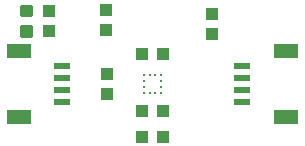
<source format=gtp>
G04 EAGLE Gerber RS-274X export*
G75*
%MOMM*%
%FSLAX34Y34*%
%LPD*%
%INSolderpaste Top*%
%IPPOS*%
%AMOC8*
5,1,8,0,0,1.08239X$1,22.5*%
G01*
%ADD10R,2.000000X1.200000*%
%ADD11R,1.350000X0.600000*%
%ADD12R,1.100000X1.000000*%
%ADD13R,1.000000X1.100000*%
%ADD14C,0.300000*%
%ADD15R,0.275000X0.250000*%
%ADD16R,0.250000X0.275000*%


D10*
X14050Y155000D03*
X14050Y99000D03*
D11*
X50800Y142000D03*
X50800Y132000D03*
X50800Y122000D03*
X50800Y112000D03*
D12*
X135500Y104140D03*
X118500Y104140D03*
D10*
X239950Y99000D03*
X239950Y155000D03*
D11*
X203200Y112000D03*
X203200Y122000D03*
X203200Y132000D03*
X203200Y142000D03*
D13*
X39370Y171840D03*
X39370Y188840D03*
D14*
X23820Y185610D02*
X16820Y185610D01*
X16820Y192610D01*
X23820Y192610D01*
X23820Y185610D01*
X23820Y188460D02*
X16820Y188460D01*
X16820Y191310D02*
X23820Y191310D01*
X23820Y168070D02*
X16820Y168070D01*
X16820Y175070D01*
X23820Y175070D01*
X23820Y168070D01*
X23820Y170920D02*
X16820Y170920D01*
X16820Y173770D02*
X23820Y173770D01*
D13*
X87630Y173110D03*
X87630Y190110D03*
X177800Y169300D03*
X177800Y186300D03*
D12*
X135500Y152400D03*
X118500Y152400D03*
D13*
X88900Y135500D03*
X88900Y118500D03*
D12*
X118500Y82550D03*
X135500Y82550D03*
D15*
X134500Y124500D03*
X134500Y129500D03*
X119500Y129500D03*
X119500Y124500D03*
D16*
X134500Y134625D03*
X129500Y134625D03*
X124500Y134625D03*
X119500Y134625D03*
X119500Y119375D03*
X124500Y119375D03*
X129500Y119375D03*
X134500Y119375D03*
M02*

</source>
